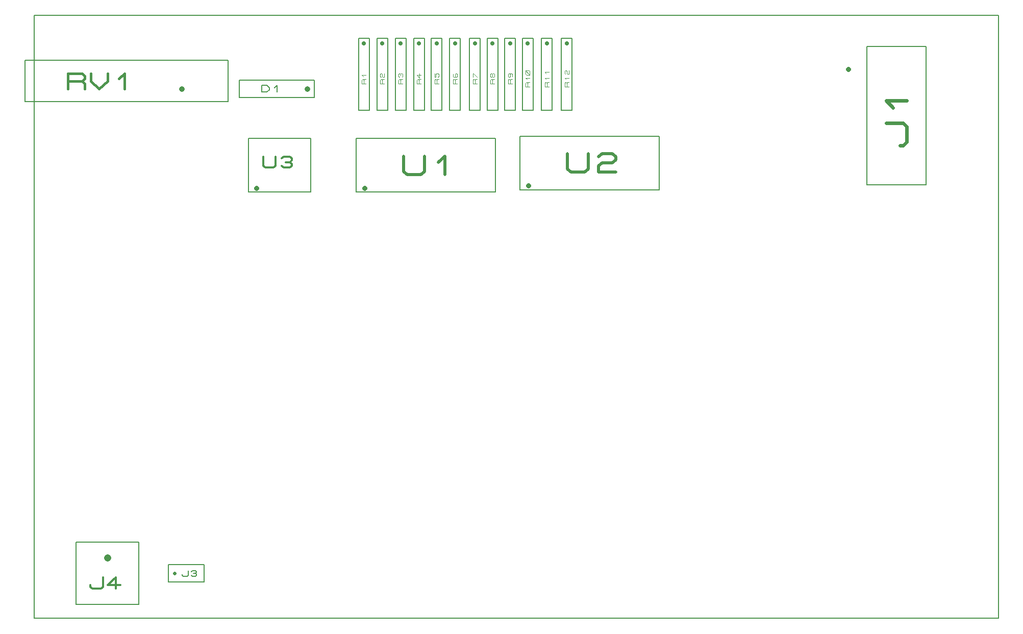
<source format=gbr>
G04 PROTEUS GERBER X2 FILE*
%TF.GenerationSoftware,Labcenter,Proteus,8.13-SP0-Build31525*%
%TF.CreationDate,2023-09-28T22:20:41+00:00*%
%TF.FileFunction,AssemblyDrawing,Top*%
%TF.FilePolarity,Positive*%
%TF.Part,Single*%
%TF.SameCoordinates,{6b1b6182-4d37-414e-9227-abf112f8db44}*%
%FSLAX45Y45*%
%MOMM*%
G01*
%TA.AperFunction,Profile*%
%ADD20C,0.203200*%
%TA.AperFunction,Material*%
%ADD22C,0.203200*%
%ADD33C,0.914400*%
%ADD34C,0.419600*%
%ADD35C,0.186690*%
%ADD36C,0.711200*%
%ADD37C,0.110230*%
%ADD38C,0.812800*%
%ADD39C,0.507080*%
%ADD24C,0.152400*%
%ADD40C,0.552950*%
%ADD41C,1.219200*%
%ADD42C,0.314280*%
%ADD43C,0.304460*%
%ADD44C,0.558800*%
%TD.AperFunction*%
D20*
X-8000000Y-5000000D02*
X+8000000Y-5000000D01*
X+8000000Y+5000000D01*
X-8000000Y+5000000D01*
X-8000000Y-5000000D01*
D22*
X-8150860Y+3571240D02*
X-4777740Y+3571240D01*
X-4777740Y+4251960D01*
X-8150860Y+4251960D01*
X-8150860Y+3571240D01*
D33*
X-5549900Y+3784600D02*
X-5549900Y+3784600D01*
D34*
X-7439710Y+3785717D02*
X-7439710Y+4037482D01*
X-7203681Y+4037482D01*
X-7156475Y+3995521D01*
X-7156475Y+3953560D01*
X-7203681Y+3911600D01*
X-7439710Y+3911600D01*
X-7203681Y+3911600D02*
X-7156475Y+3869639D01*
X-7156475Y+3785717D01*
X-7062063Y+4037482D02*
X-7062063Y+3911600D01*
X-6920446Y+3785717D01*
X-6778828Y+3911600D01*
X-6778828Y+4037482D01*
X-6590005Y+3953560D02*
X-6495593Y+4037482D01*
X-6495593Y+3785717D01*
D22*
X-4597400Y+3639820D02*
X-3352800Y+3639820D01*
X-3352800Y+3926840D01*
X-4597400Y+3926840D01*
X-4597400Y+3639820D01*
D33*
X-3467100Y+3784600D02*
X-3467100Y+3784600D01*
D35*
X-4223131Y+3727323D02*
X-4223131Y+3839337D01*
X-4139121Y+3839337D01*
X-4097116Y+3801999D01*
X-4097116Y+3764661D01*
X-4139121Y+3727323D01*
X-4223131Y+3727323D01*
X-4013105Y+3801999D02*
X-3971100Y+3839337D01*
X-3971100Y+3727323D01*
D22*
X-2616200Y+3429000D02*
X-2438400Y+3429000D01*
X-2438400Y+4622800D01*
X-2616200Y+4622800D01*
X-2616200Y+3429000D01*
D36*
X-2527300Y+4533900D02*
X-2527300Y+4533900D01*
D37*
X-2494229Y+3864458D02*
X-2560370Y+3864458D01*
X-2560370Y+3926465D01*
X-2549347Y+3938867D01*
X-2538323Y+3938867D01*
X-2527300Y+3926465D01*
X-2527300Y+3864458D01*
X-2527300Y+3926465D02*
X-2516276Y+3938867D01*
X-2494229Y+3938867D01*
X-2538323Y+3988473D02*
X-2560370Y+4013276D01*
X-2494229Y+4013276D01*
D22*
X-2311400Y+3429000D02*
X-2133600Y+3429000D01*
X-2133600Y+4622800D01*
X-2311400Y+4622800D01*
X-2311400Y+3429000D01*
D36*
X-2222500Y+4533900D02*
X-2222500Y+4533900D01*
D37*
X-2189429Y+3864458D02*
X-2255570Y+3864458D01*
X-2255570Y+3926465D01*
X-2244547Y+3938867D01*
X-2233523Y+3938867D01*
X-2222500Y+3926465D01*
X-2222500Y+3864458D01*
X-2222500Y+3926465D02*
X-2211476Y+3938867D01*
X-2189429Y+3938867D01*
X-2244547Y+3976071D02*
X-2255570Y+3988473D01*
X-2255570Y+4025677D01*
X-2244547Y+4038079D01*
X-2233523Y+4038079D01*
X-2222500Y+4025677D01*
X-2222500Y+3988473D01*
X-2211476Y+3976071D01*
X-2189429Y+3976071D01*
X-2189429Y+4038079D01*
D22*
X-2006600Y+3429000D02*
X-1828800Y+3429000D01*
X-1828800Y+4622800D01*
X-2006600Y+4622800D01*
X-2006600Y+3429000D01*
D36*
X-1917700Y+4533900D02*
X-1917700Y+4533900D01*
D37*
X-1884629Y+3864458D02*
X-1950770Y+3864458D01*
X-1950770Y+3926465D01*
X-1939747Y+3938867D01*
X-1928723Y+3938867D01*
X-1917700Y+3926465D01*
X-1917700Y+3864458D01*
X-1917700Y+3926465D02*
X-1906676Y+3938867D01*
X-1884629Y+3938867D01*
X-1939747Y+3976071D02*
X-1950770Y+3988473D01*
X-1950770Y+4025677D01*
X-1939747Y+4038079D01*
X-1928723Y+4038079D01*
X-1917700Y+4025677D01*
X-1906676Y+4038079D01*
X-1895652Y+4038079D01*
X-1884629Y+4025677D01*
X-1884629Y+3988473D01*
X-1895652Y+3976071D01*
X-1917700Y+4000874D02*
X-1917700Y+4025677D01*
D22*
X-1701800Y+3429000D02*
X-1524000Y+3429000D01*
X-1524000Y+4622800D01*
X-1701800Y+4622800D01*
X-1701800Y+3429000D01*
D36*
X-1612900Y+4533900D02*
X-1612900Y+4533900D01*
D37*
X-1579829Y+3864458D02*
X-1645970Y+3864458D01*
X-1645970Y+3926465D01*
X-1634947Y+3938867D01*
X-1623923Y+3938867D01*
X-1612900Y+3926465D01*
X-1612900Y+3864458D01*
X-1612900Y+3926465D02*
X-1601876Y+3938867D01*
X-1579829Y+3938867D01*
X-1601876Y+4038079D02*
X-1601876Y+3963670D01*
X-1645970Y+4013276D01*
X-1579829Y+4013276D01*
D22*
X-1409700Y+3429000D02*
X-1231900Y+3429000D01*
X-1231900Y+4622800D01*
X-1409700Y+4622800D01*
X-1409700Y+3429000D01*
D36*
X-1320800Y+4533900D02*
X-1320800Y+4533900D01*
D37*
X-1287729Y+3864458D02*
X-1353870Y+3864458D01*
X-1353870Y+3926465D01*
X-1342847Y+3938867D01*
X-1331823Y+3938867D01*
X-1320800Y+3926465D01*
X-1320800Y+3864458D01*
X-1320800Y+3926465D02*
X-1309776Y+3938867D01*
X-1287729Y+3938867D01*
X-1353870Y+4038079D02*
X-1353870Y+3976071D01*
X-1331823Y+3976071D01*
X-1331823Y+4025677D01*
X-1320800Y+4038079D01*
X-1298752Y+4038079D01*
X-1287729Y+4025677D01*
X-1287729Y+3988473D01*
X-1298752Y+3976071D01*
D22*
X-1104900Y+3429000D02*
X-927100Y+3429000D01*
X-927100Y+4622800D01*
X-1104900Y+4622800D01*
X-1104900Y+3429000D01*
D36*
X-1016000Y+4533900D02*
X-1016000Y+4533900D01*
D37*
X-982929Y+3864458D02*
X-1049070Y+3864458D01*
X-1049070Y+3926465D01*
X-1038047Y+3938867D01*
X-1027023Y+3938867D01*
X-1016000Y+3926465D01*
X-1016000Y+3864458D01*
X-1016000Y+3926465D02*
X-1004976Y+3938867D01*
X-982929Y+3938867D01*
X-1038047Y+4038079D02*
X-1049070Y+4025677D01*
X-1049070Y+3988473D01*
X-1038047Y+3976071D01*
X-993952Y+3976071D01*
X-982929Y+3988473D01*
X-982929Y+4025677D01*
X-993952Y+4038079D01*
X-1004976Y+4038079D01*
X-1016000Y+4025677D01*
X-1016000Y+3976071D01*
D22*
X-774700Y+3429000D02*
X-596900Y+3429000D01*
X-596900Y+4622800D01*
X-774700Y+4622800D01*
X-774700Y+3429000D01*
D36*
X-685800Y+4533900D02*
X-685800Y+4533900D01*
D37*
X-652729Y+3864458D02*
X-718870Y+3864458D01*
X-718870Y+3926465D01*
X-707847Y+3938867D01*
X-696823Y+3938867D01*
X-685800Y+3926465D01*
X-685800Y+3864458D01*
X-685800Y+3926465D02*
X-674776Y+3938867D01*
X-652729Y+3938867D01*
X-718870Y+3976071D02*
X-718870Y+4038079D01*
X-707847Y+4038079D01*
X-652729Y+3976071D01*
D22*
X-482600Y+3429000D02*
X-304800Y+3429000D01*
X-304800Y+4622800D01*
X-482600Y+4622800D01*
X-482600Y+3429000D01*
D36*
X-393700Y+4533900D02*
X-393700Y+4533900D01*
D37*
X-360629Y+3864458D02*
X-426770Y+3864458D01*
X-426770Y+3926465D01*
X-415747Y+3938867D01*
X-404723Y+3938867D01*
X-393700Y+3926465D01*
X-393700Y+3864458D01*
X-393700Y+3926465D02*
X-382676Y+3938867D01*
X-360629Y+3938867D01*
X-393700Y+3988473D02*
X-404723Y+3976071D01*
X-415747Y+3976071D01*
X-426770Y+3988473D01*
X-426770Y+4025677D01*
X-415747Y+4038079D01*
X-404723Y+4038079D01*
X-393700Y+4025677D01*
X-393700Y+3988473D01*
X-382676Y+3976071D01*
X-371652Y+3976071D01*
X-360629Y+3988473D01*
X-360629Y+4025677D01*
X-371652Y+4038079D01*
X-382676Y+4038079D01*
X-393700Y+4025677D01*
D22*
X-190500Y+3429000D02*
X-12700Y+3429000D01*
X-12700Y+4622800D01*
X-190500Y+4622800D01*
X-190500Y+3429000D01*
D36*
X-101600Y+4533900D02*
X-101600Y+4533900D01*
D37*
X-68529Y+3864458D02*
X-134670Y+3864458D01*
X-134670Y+3926465D01*
X-123647Y+3938867D01*
X-112623Y+3938867D01*
X-101600Y+3926465D01*
X-101600Y+3864458D01*
X-101600Y+3926465D02*
X-90576Y+3938867D01*
X-68529Y+3938867D01*
X-112623Y+4038079D02*
X-101600Y+4025677D01*
X-101600Y+3988473D01*
X-112623Y+3976071D01*
X-123647Y+3976071D01*
X-134670Y+3988473D01*
X-134670Y+4025677D01*
X-123647Y+4038079D01*
X-79552Y+4038079D01*
X-68529Y+4025677D01*
X-68529Y+3988473D01*
D22*
X+101600Y+3429000D02*
X+279400Y+3429000D01*
X+279400Y+4622800D01*
X+101600Y+4622800D01*
X+101600Y+3429000D01*
D36*
X+190500Y+4533900D02*
X+190500Y+4533900D01*
D37*
X+223571Y+3814852D02*
X+157430Y+3814852D01*
X+157430Y+3876859D01*
X+168453Y+3889261D01*
X+179477Y+3889261D01*
X+190500Y+3876859D01*
X+190500Y+3814852D01*
X+190500Y+3876859D02*
X+201524Y+3889261D01*
X+223571Y+3889261D01*
X+179477Y+3938867D02*
X+157430Y+3963670D01*
X+223571Y+3963670D01*
X+212548Y+4013276D02*
X+168453Y+4013276D01*
X+157430Y+4025677D01*
X+157430Y+4075283D01*
X+168453Y+4087685D01*
X+212548Y+4087685D01*
X+223571Y+4075283D01*
X+223571Y+4025677D01*
X+212548Y+4013276D01*
X+223571Y+4013276D02*
X+157430Y+4087685D01*
D22*
X+419100Y+3429000D02*
X+596900Y+3429000D01*
X+596900Y+4622800D01*
X+419100Y+4622800D01*
X+419100Y+3429000D01*
D36*
X+508000Y+4533900D02*
X+508000Y+4533900D01*
D37*
X+541071Y+3814852D02*
X+474930Y+3814852D01*
X+474930Y+3876859D01*
X+485953Y+3889261D01*
X+496977Y+3889261D01*
X+508000Y+3876859D01*
X+508000Y+3814852D01*
X+508000Y+3876859D02*
X+519024Y+3889261D01*
X+541071Y+3889261D01*
X+496977Y+3938867D02*
X+474930Y+3963670D01*
X+541071Y+3963670D01*
X+496977Y+4038079D02*
X+474930Y+4062882D01*
X+541071Y+4062882D01*
D22*
X+749300Y+3429000D02*
X+927100Y+3429000D01*
X+927100Y+4622800D01*
X+749300Y+4622800D01*
X+749300Y+3429000D01*
D36*
X+838200Y+4533900D02*
X+838200Y+4533900D01*
D37*
X+871271Y+3814852D02*
X+805130Y+3814852D01*
X+805130Y+3876859D01*
X+816153Y+3889261D01*
X+827177Y+3889261D01*
X+838200Y+3876859D01*
X+838200Y+3814852D01*
X+838200Y+3876859D02*
X+849224Y+3889261D01*
X+871271Y+3889261D01*
X+827177Y+3938867D02*
X+805130Y+3963670D01*
X+871271Y+3963670D01*
X+816153Y+4025677D02*
X+805130Y+4038079D01*
X+805130Y+4075283D01*
X+816153Y+4087685D01*
X+827177Y+4087685D01*
X+838200Y+4075283D01*
X+838200Y+4038079D01*
X+849224Y+4025677D01*
X+871271Y+4025677D01*
X+871271Y+4087685D01*
D22*
X-2651760Y+2070100D02*
X-345440Y+2070100D01*
X-345440Y+2959100D01*
X-2651760Y+2959100D01*
X-2651760Y+2070100D01*
D38*
X-2514600Y+2133600D02*
X-2514600Y+2133600D01*
D39*
X-1866076Y+2666726D02*
X-1866076Y+2413183D01*
X-1809029Y+2362475D01*
X-1580841Y+2362475D01*
X-1523794Y+2413183D01*
X-1523794Y+2666726D01*
X-1295606Y+2565309D02*
X-1181512Y+2666726D01*
X-1181512Y+2362475D01*
D22*
X+66040Y+2108200D02*
X+2372360Y+2108200D01*
X+2372360Y+2997200D01*
X+66040Y+2997200D01*
X+66040Y+2108200D01*
D38*
X+203200Y+2171700D02*
X+203200Y+2171700D01*
D39*
X+851724Y+2704826D02*
X+851724Y+2451283D01*
X+908771Y+2400575D01*
X+1136959Y+2400575D01*
X+1194006Y+2451283D01*
X+1194006Y+2704826D01*
X+1365147Y+2654117D02*
X+1422194Y+2704826D01*
X+1593335Y+2704826D01*
X+1650382Y+2654117D01*
X+1650382Y+2603409D01*
X+1593335Y+2552700D01*
X+1422194Y+2552700D01*
X+1365147Y+2501992D01*
X+1365147Y+2400575D01*
X+1650382Y+2400575D01*
D24*
X+6802120Y+4488180D02*
X+5819140Y+4488180D01*
X+5819140Y+2192020D01*
X+6802120Y+2192020D01*
X+6802120Y+4488180D01*
X+5819140Y+4488180D01*
X+5819140Y+2192020D01*
X+6802120Y+2192020D01*
X+6802120Y+4488180D01*
D38*
X+5511800Y+4102100D02*
X+5511800Y+4102100D01*
D40*
X+6365926Y+2842438D02*
X+6421222Y+2842438D01*
X+6476518Y+2904645D01*
X+6476518Y+3153476D01*
X+6421222Y+3215684D01*
X+6144743Y+3215684D01*
X+6255335Y+3464515D02*
X+6144743Y+3588931D01*
X+6476518Y+3588931D01*
D22*
X-7299960Y-4772660D02*
X-6263640Y-4772660D01*
X-6263640Y-3736340D01*
X-7299960Y-3736340D01*
X-7299960Y-4772660D01*
D41*
X-6781800Y-4000500D02*
X-6781800Y-4000500D01*
D42*
X-7064653Y-4448489D02*
X-7064653Y-4479917D01*
X-7029297Y-4511345D01*
X-6887870Y-4511345D01*
X-6852514Y-4479917D01*
X-6852514Y-4322776D01*
X-6569661Y-4448489D02*
X-6781800Y-4448489D01*
X-6640374Y-4322776D01*
X-6640374Y-4511345D01*
D22*
X-4442460Y+2070100D02*
X-3406140Y+2070100D01*
X-3406140Y+2959100D01*
X-4442460Y+2959100D01*
X-4442460Y+2070100D01*
D38*
X-4305300Y+2133600D02*
X-4305300Y+2133600D01*
D43*
X-4198314Y+2658008D02*
X-4198314Y+2505778D01*
X-4164063Y+2475332D01*
X-4027056Y+2475332D01*
X-3992804Y+2505778D01*
X-3992804Y+2658008D01*
X-3890049Y+2627562D02*
X-3855797Y+2658008D01*
X-3753042Y+2658008D01*
X-3718790Y+2627562D01*
X-3718790Y+2597116D01*
X-3753042Y+2566670D01*
X-3718790Y+2536224D01*
X-3718790Y+2505778D01*
X-3753042Y+2475332D01*
X-3855797Y+2475332D01*
X-3890049Y+2505778D01*
X-3821545Y+2566670D02*
X-3753042Y+2566670D01*
D24*
X-5178450Y-4399280D02*
X-5178450Y-4109720D01*
X-5768950Y-4109720D01*
X-5768950Y-4399280D01*
X-5178450Y-4399280D01*
X-5178450Y-4109720D01*
X-5768950Y-4109720D01*
X-5768950Y-4399280D01*
X-5178450Y-4399280D01*
D44*
X-5673700Y-4254500D02*
X-5673700Y-4254500D01*
D24*
X-5544677Y-4269654D02*
X-5544677Y-4284808D01*
X-5527630Y-4299961D01*
X-5459439Y-4299961D01*
X-5442391Y-4284808D01*
X-5442391Y-4209040D01*
X-5391248Y-4224193D02*
X-5374200Y-4209040D01*
X-5323057Y-4209040D01*
X-5306009Y-4224193D01*
X-5306009Y-4239347D01*
X-5323057Y-4254500D01*
X-5306009Y-4269654D01*
X-5306009Y-4284808D01*
X-5323057Y-4299961D01*
X-5374200Y-4299961D01*
X-5391248Y-4284808D01*
X-5357152Y-4254500D02*
X-5323057Y-4254500D01*
M02*

</source>
